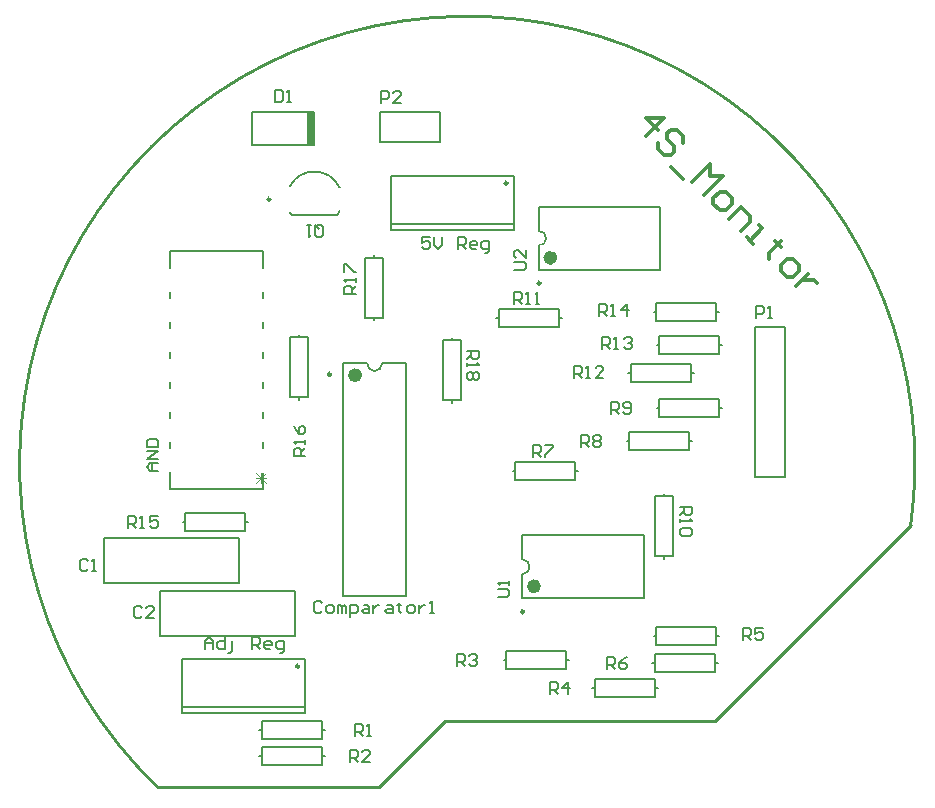
<source format=gto>
G04 Layer_Color=65535*
%FSLAX44Y44*%
%MOMM*%
G71*
G01*
G75*
%ADD10C,0.2540*%
%ADD23C,0.2500*%
%ADD24C,0.2000*%
%ADD25C,0.6000*%
%ADD26C,0.1524*%
%ADD27C,0.1500*%
%ADD28C,0.0762*%
%ADD29C,0.3000*%
%ADD30R,0.8000X2.8000*%
D10*
X1115813Y605861D02*
G03*
X477855Y383889I-375493J51439D01*
G01*
X949960Y439420D02*
X1116107Y605567D01*
X721360Y439420D02*
X949960D01*
X665480Y383540D02*
X721360Y439420D01*
X477855Y383540D02*
X665480D01*
D23*
X774460Y894920D02*
G03*
X774460Y894920I-1250J0D01*
G01*
X624990Y733090D02*
G03*
X624990Y733090I-1250J0D01*
G01*
X597930Y485980D02*
G03*
X597930Y485980I-1250J0D01*
G01*
X573620Y881380D02*
G03*
X573620Y881380I-1250J0D01*
G01*
X788350Y532130D02*
G03*
X788350Y532130I-1250J0D01*
G01*
X802320Y810260D02*
G03*
X802320Y810260I-1250J0D01*
G01*
D24*
X655490Y742390D02*
G03*
X668190Y742390I6350J0D01*
G01*
X632163Y891323D02*
G03*
X590103Y892380I-21293J-9943D01*
G01*
X630210Y868030D02*
G03*
X632165Y871441I-19340J13350D01*
G01*
X590101Y870384D02*
G03*
X591530Y868030I20769J10996D01*
G01*
X786700Y563880D02*
G03*
X786700Y576580I0J6350D01*
G01*
X800670Y842010D02*
G03*
X800670Y854710I0J6350D01*
G01*
X906780Y629920D02*
Y632206D01*
Y576834D02*
Y579120D01*
Y629920D02*
X914400D01*
Y579120D02*
Y629920D01*
X899160Y579120D02*
X914400D01*
X899160D02*
Y629920D01*
X906780D01*
X896874Y488950D02*
X899160D01*
X949960D02*
X952246D01*
X899160D02*
Y496570D01*
X949960D01*
Y481330D02*
Y496570D01*
X899160Y481330D02*
X949960D01*
X899160D02*
Y488950D01*
X898144Y511810D02*
X900430D01*
X951230D02*
X953516D01*
X900430D02*
Y519430D01*
X951230D01*
Y504190D02*
Y519430D01*
X900430Y504190D02*
X951230D01*
X900430D02*
Y511810D01*
X771144Y491490D02*
X773430D01*
X824230D02*
X826516D01*
X773430D02*
Y499110D01*
X824230D01*
Y483870D02*
Y499110D01*
X773430Y483870D02*
X824230D01*
X773430D02*
Y491490D01*
X984250Y646430D02*
X1009650D01*
X984250D02*
Y773430D01*
X1009650Y646430D02*
Y773430D01*
X984250D02*
X1009650D01*
X666750Y955040D02*
X717550D01*
X666750Y929640D02*
Y955040D01*
Y929640D02*
X717550D01*
Y955040D01*
X875284Y676910D02*
X877570D01*
X928370D02*
X930656D01*
X877570D02*
Y684530D01*
X928370D01*
Y669290D02*
Y684530D01*
X877570Y669290D02*
X928370D01*
X877570D02*
Y676910D01*
X876554Y734060D02*
X878840D01*
X929640D02*
X931926D01*
X878840D02*
Y741680D01*
X929640D01*
Y726440D02*
Y741680D01*
X878840Y726440D02*
X929640D01*
X878840D02*
Y734060D01*
X900684Y758190D02*
X902970D01*
X953770D02*
X956056D01*
X902970D02*
Y765810D01*
X953770D01*
Y750570D02*
Y765810D01*
X902970Y750570D02*
X953770D01*
X902970D02*
Y758190D01*
X898144Y786130D02*
X900430D01*
X951230D02*
X953516D01*
X900430D02*
Y793750D01*
X951230D01*
Y778510D02*
Y793750D01*
X900430Y778510D02*
X951230D01*
X900430D02*
Y786130D01*
X764794Y781050D02*
X767080D01*
X817880D02*
X820166D01*
X767080D02*
Y788670D01*
X817880D01*
Y773430D02*
Y788670D01*
X767080Y773430D02*
X817880D01*
X767080D02*
Y781050D01*
X900684Y704850D02*
X902970D01*
X953770D02*
X956056D01*
X902970D02*
Y712470D01*
X953770D01*
Y697230D02*
Y712470D01*
X902970Y697230D02*
X953770D01*
X902970D02*
Y704850D01*
X564134Y431800D02*
X566420D01*
X617220D02*
X619506D01*
X566420D02*
Y439420D01*
X617220D01*
Y424180D02*
Y439420D01*
X566420Y424180D02*
X617220D01*
X566420D02*
Y431800D01*
X617220Y410210D02*
X619506D01*
X564134D02*
X566420D01*
X617220Y402590D02*
Y410210D01*
X566420Y402590D02*
X617220D01*
X566420D02*
Y417830D01*
X617220D01*
Y410210D02*
Y417830D01*
X675710Y855420D02*
X779710D01*
X675710D02*
Y901420D01*
X779710D01*
X779710Y855420D02*
Y901420D01*
X675710Y860420D02*
X779710D01*
X635340Y545390D02*
Y742390D01*
X688340Y545390D02*
Y742390D01*
X635340D02*
X655490D01*
X668190D02*
X688340D01*
X635340Y545390D02*
X688340D01*
X499364Y608330D02*
X501650D01*
X552450D02*
X554736D01*
X501650D02*
Y615950D01*
X552450D01*
Y600710D02*
Y615950D01*
X501650Y600710D02*
X552450D01*
X501650D02*
Y608330D01*
X480060Y511810D02*
X594360D01*
Y549910D01*
X480060D02*
X594360D01*
X480060Y511810D02*
Y549910D01*
X499180Y451480D02*
X603180D01*
X603180Y446480D02*
Y492480D01*
X499180D02*
X603180D01*
X499180Y446480D02*
Y492480D01*
Y446480D02*
X603180D01*
X433070Y594360D02*
X547370D01*
X433070Y556260D02*
Y594360D01*
Y556260D02*
X547370D01*
Y594360D01*
X557700Y927070D02*
X610700D01*
X557700Y955070D02*
X610700D01*
X557700Y927070D02*
Y955070D01*
X591530Y868030D02*
X630210D01*
X598170Y764540D02*
Y766826D01*
Y711454D02*
Y713740D01*
Y764540D02*
X605790D01*
Y713740D02*
Y764540D01*
X590550Y713740D02*
X605790D01*
X590550D02*
Y764540D01*
X598170D01*
X661670Y831850D02*
Y834136D01*
Y778764D02*
Y781050D01*
Y831850D02*
X669290D01*
Y781050D02*
Y831850D01*
X654050Y781050D02*
X669290D01*
X654050D02*
Y831850D01*
X661670D01*
X727710Y762000D02*
Y764286D01*
Y708914D02*
Y711200D01*
Y762000D02*
X735330D01*
Y711200D02*
Y762000D01*
X720090Y711200D02*
X735330D01*
X720090D02*
Y762000D01*
X727710D01*
X778764Y651510D02*
X781050D01*
X831850D02*
X834136D01*
X781050D02*
Y659130D01*
X831850D01*
Y643890D02*
Y659130D01*
X781050Y643890D02*
X831850D01*
X781050D02*
Y651510D01*
X889700Y543730D02*
Y596730D01*
X786700Y576580D02*
Y596730D01*
Y543730D02*
Y563880D01*
Y596730D02*
X889700D01*
X786700Y543730D02*
X889700D01*
X903670Y821860D02*
Y874860D01*
X800670Y854710D02*
Y874860D01*
Y821860D02*
Y842010D01*
Y874860D02*
X903670D01*
X800670Y821860D02*
X903670D01*
X846074Y467360D02*
X848360D01*
X899160D02*
X901446D01*
X848360D02*
Y474980D01*
X899160D01*
Y459740D02*
Y474980D01*
X848360Y459740D02*
X899160D01*
X848360D02*
Y467360D01*
D25*
X648340Y732390D02*
G03*
X648340Y732390I-3000J0D01*
G01*
X799700Y553730D02*
G03*
X799700Y553730I-3000J0D01*
G01*
X813670Y831860D02*
G03*
X813670Y831860I-3000J0D01*
G01*
D26*
X488950Y635635D02*
Y650038D01*
Y837565D02*
X567690D01*
X488950Y823162D02*
Y837565D01*
Y635635D02*
X567690D01*
Y649961D01*
Y670839D02*
Y675438D01*
Y696162D02*
Y700838D01*
Y721562D02*
Y726238D01*
Y746962D02*
Y751638D01*
Y772362D02*
Y777038D01*
Y797762D02*
Y802438D01*
Y823162D02*
Y837565D01*
X488950Y797762D02*
Y802438D01*
Y772362D02*
Y777038D01*
Y746962D02*
Y751638D01*
Y721562D02*
Y726238D01*
Y696162D02*
Y700838D01*
Y670762D02*
Y675438D01*
D27*
X518160Y500380D02*
Y507044D01*
X521492Y510377D01*
X524824Y507044D01*
Y500380D01*
Y505378D01*
X518160D01*
X534821Y510377D02*
Y500380D01*
X529823D01*
X528157Y502046D01*
Y505378D01*
X529823Y507044D01*
X534821D01*
X538153Y497048D02*
X539820D01*
X541486Y498714D01*
Y507044D01*
X558147Y500380D02*
Y510377D01*
X563145D01*
X564812Y508711D01*
Y505378D01*
X563145Y503712D01*
X558147D01*
X561479D02*
X564812Y500380D01*
X573142D02*
X569810D01*
X568144Y502046D01*
Y505378D01*
X569810Y507044D01*
X573142D01*
X574808Y505378D01*
Y503712D01*
X568144D01*
X581473Y497048D02*
X583139D01*
X584805Y498714D01*
Y507044D01*
X579807D01*
X578141Y505378D01*
Y502046D01*
X579807Y500380D01*
X584805D01*
X708975Y849467D02*
X702310D01*
Y844468D01*
X705642Y846134D01*
X707308D01*
X708975Y844468D01*
Y841136D01*
X707308Y839470D01*
X703976D01*
X702310Y841136D01*
X712307Y849467D02*
Y842802D01*
X715639Y839470D01*
X718971Y842802D01*
Y849467D01*
X732300Y839470D02*
Y849467D01*
X737299D01*
X738965Y847801D01*
Y844468D01*
X737299Y842802D01*
X732300D01*
X735633D02*
X738965Y839470D01*
X747296D02*
X743963D01*
X742297Y841136D01*
Y844468D01*
X743963Y846134D01*
X747296D01*
X748962Y844468D01*
Y842802D01*
X742297D01*
X755626Y836138D02*
X757292D01*
X758958Y837804D01*
Y846134D01*
X753960D01*
X752294Y844468D01*
Y841136D01*
X753960Y839470D01*
X758958D01*
X920750Y621030D02*
X930747D01*
Y616032D01*
X929081Y614366D01*
X925748D01*
X924082Y616032D01*
Y621030D01*
Y617698D02*
X920750Y614366D01*
Y611033D02*
Y607701D01*
Y609367D01*
X930747D01*
X929081Y611033D01*
Y602703D02*
X930747Y601036D01*
Y597704D01*
X929081Y596038D01*
X922416D01*
X920750Y597704D01*
Y601036D01*
X922416Y602703D01*
X929081D01*
X862330Y699770D02*
Y709767D01*
X867328D01*
X868995Y708101D01*
Y704768D01*
X867328Y703102D01*
X862330D01*
X865662D02*
X868995Y699770D01*
X872327Y701436D02*
X873993Y699770D01*
X877325D01*
X878991Y701436D01*
Y708101D01*
X877325Y709767D01*
X873993D01*
X872327Y708101D01*
Y706434D01*
X873993Y704768D01*
X878991D01*
X836930Y671830D02*
Y681827D01*
X841928D01*
X843595Y680161D01*
Y676828D01*
X841928Y675162D01*
X836930D01*
X840262D02*
X843595Y671830D01*
X846927Y680161D02*
X848593Y681827D01*
X851925D01*
X853591Y680161D01*
Y678494D01*
X851925Y676828D01*
X853591Y675162D01*
Y673496D01*
X851925Y671830D01*
X848593D01*
X846927Y673496D01*
Y675162D01*
X848593Y676828D01*
X846927Y678494D01*
Y680161D01*
X848593Y676828D02*
X851925D01*
X796290Y662940D02*
Y672937D01*
X801288D01*
X802954Y671271D01*
Y667938D01*
X801288Y666272D01*
X796290D01*
X799622D02*
X802954Y662940D01*
X806287Y672937D02*
X812951D01*
Y671271D01*
X806287Y664606D01*
Y662940D01*
X858520Y483870D02*
Y493867D01*
X863518D01*
X865184Y492201D01*
Y488868D01*
X863518Y487202D01*
X858520D01*
X861852D02*
X865184Y483870D01*
X875181Y493867D02*
X871849Y492201D01*
X868517Y488868D01*
Y485536D01*
X870183Y483870D01*
X873515D01*
X875181Y485536D01*
Y487202D01*
X873515Y488868D01*
X868517D01*
X974090Y508000D02*
Y517997D01*
X979088D01*
X980754Y516331D01*
Y512998D01*
X979088Y511332D01*
X974090D01*
X977422D02*
X980754Y508000D01*
X990751Y517997D02*
X984087D01*
Y512998D01*
X987419Y514664D01*
X989085D01*
X990751Y512998D01*
Y509666D01*
X989085Y508000D01*
X985753D01*
X984087Y509666D01*
X810260Y462280D02*
Y472277D01*
X815258D01*
X816925Y470611D01*
Y467278D01*
X815258Y465612D01*
X810260D01*
X813592D02*
X816925Y462280D01*
X825255D02*
Y472277D01*
X820257Y467278D01*
X826921D01*
X731520Y486410D02*
Y496407D01*
X736518D01*
X738185Y494741D01*
Y491408D01*
X736518Y489742D01*
X731520D01*
X734852D02*
X738185Y486410D01*
X741517Y494741D02*
X743183Y496407D01*
X746515D01*
X748181Y494741D01*
Y493074D01*
X746515Y491408D01*
X744849D01*
X746515D01*
X748181Y489742D01*
Y488076D01*
X746515Y486410D01*
X743183D01*
X741517Y488076D01*
X641350Y405130D02*
Y415127D01*
X646348D01*
X648015Y413461D01*
Y410128D01*
X646348Y408462D01*
X641350D01*
X644682D02*
X648015Y405130D01*
X658011D02*
X651347D01*
X658011Y411795D01*
Y413461D01*
X656345Y415127D01*
X653013D01*
X651347Y413461D01*
X645160Y426720D02*
Y436717D01*
X650158D01*
X651824Y435051D01*
Y431718D01*
X650158Y430052D01*
X645160D01*
X648492D02*
X651824Y426720D01*
X655157D02*
X658489D01*
X656823D01*
Y436717D01*
X655157Y435051D01*
X984758Y781050D02*
Y791047D01*
X989756D01*
X991423Y789381D01*
Y786048D01*
X989756Y784382D01*
X984758D01*
X994755Y781050D02*
X998087D01*
X996421D01*
Y791047D01*
X994755Y789381D01*
X465135Y535381D02*
X463468Y537047D01*
X460136D01*
X458470Y535381D01*
Y528716D01*
X460136Y527050D01*
X463468D01*
X465135Y528716D01*
X475131Y527050D02*
X468467D01*
X475131Y533714D01*
Y535381D01*
X473465Y537047D01*
X470133D01*
X468467Y535381D01*
X419414Y574751D02*
X417748Y576417D01*
X414416D01*
X412750Y574751D01*
Y568086D01*
X414416Y566420D01*
X417748D01*
X419414Y568086D01*
X422747Y566420D02*
X426079D01*
X424413D01*
Y576417D01*
X422747Y574751D01*
X617534Y539191D02*
X615868Y540857D01*
X612536D01*
X610870Y539191D01*
Y532526D01*
X612536Y530860D01*
X615868D01*
X617534Y532526D01*
X622533Y530860D02*
X625865D01*
X627531Y532526D01*
Y535858D01*
X625865Y537524D01*
X622533D01*
X620867Y535858D01*
Y532526D01*
X622533Y530860D01*
X630864D02*
Y537524D01*
X632530D01*
X634196Y535858D01*
Y530860D01*
Y535858D01*
X635862Y537524D01*
X637528Y535858D01*
Y530860D01*
X640860Y527528D02*
Y537524D01*
X645859D01*
X647525Y535858D01*
Y532526D01*
X645859Y530860D01*
X640860D01*
X652523Y537524D02*
X655855D01*
X657522Y535858D01*
Y530860D01*
X652523D01*
X650857Y532526D01*
X652523Y534192D01*
X657522D01*
X660854Y537524D02*
Y530860D01*
Y534192D01*
X662520Y535858D01*
X664186Y537524D01*
X665852D01*
X672517D02*
X675849D01*
X677515Y535858D01*
Y530860D01*
X672517D01*
X670851Y532526D01*
X672517Y534192D01*
X677515D01*
X682514Y539191D02*
Y537524D01*
X680847D01*
X684180D01*
X682514D01*
Y532526D01*
X684180Y530860D01*
X690844D02*
X694176D01*
X695843Y532526D01*
Y535858D01*
X694176Y537524D01*
X690844D01*
X689178Y535858D01*
Y532526D01*
X690844Y530860D01*
X699175Y537524D02*
Y530860D01*
Y534192D01*
X700841Y535858D01*
X702507Y537524D01*
X704173D01*
X709172Y530860D02*
X712504D01*
X710838D01*
Y540857D01*
X709172Y539191D01*
X577850Y973927D02*
Y963930D01*
X582848D01*
X584515Y965596D01*
Y972261D01*
X582848Y973927D01*
X577850D01*
X587847Y963930D02*
X591179D01*
X589513D01*
Y973927D01*
X587847Y972261D01*
X667258Y962660D02*
Y972657D01*
X672256D01*
X673923Y970991D01*
Y967658D01*
X672256Y965992D01*
X667258D01*
X683919Y962660D02*
X677255D01*
X683919Y969324D01*
Y970991D01*
X682253Y972657D01*
X678921D01*
X677255Y970991D01*
X611156Y858124D02*
Y851459D01*
X612822Y849793D01*
X616154D01*
X617820Y851459D01*
Y858124D01*
X616154Y859790D01*
X612822D01*
X614488Y856458D02*
X611156Y859790D01*
X612822D02*
X611156Y858124D01*
X607823Y859790D02*
X604491D01*
X606157D01*
Y849793D01*
X607823Y851459D01*
X779780Y792480D02*
Y802477D01*
X784778D01*
X786444Y800811D01*
Y797478D01*
X784778Y795812D01*
X779780D01*
X783112D02*
X786444Y792480D01*
X789777D02*
X793109D01*
X791443D01*
Y802477D01*
X789777Y800811D01*
X798107Y792480D02*
X801440D01*
X799774D01*
Y802477D01*
X798107Y800811D01*
X830580Y730250D02*
Y740247D01*
X835578D01*
X837244Y738581D01*
Y735248D01*
X835578Y733582D01*
X830580D01*
X833912D02*
X837244Y730250D01*
X840577D02*
X843909D01*
X842243D01*
Y740247D01*
X840577Y738581D01*
X855572Y730250D02*
X848907D01*
X855572Y736915D01*
Y738581D01*
X853906Y740247D01*
X850574D01*
X848907Y738581D01*
X854710Y754380D02*
Y764377D01*
X859708D01*
X861375Y762711D01*
Y759378D01*
X859708Y757712D01*
X854710D01*
X858042D02*
X861375Y754380D01*
X864707D02*
X868039D01*
X866373D01*
Y764377D01*
X864707Y762711D01*
X873037D02*
X874704Y764377D01*
X878036D01*
X879702Y762711D01*
Y761044D01*
X878036Y759378D01*
X876370D01*
X878036D01*
X879702Y757712D01*
Y756046D01*
X878036Y754380D01*
X874704D01*
X873037Y756046D01*
X852170Y782320D02*
Y792317D01*
X857168D01*
X858835Y790651D01*
Y787318D01*
X857168Y785652D01*
X852170D01*
X855502D02*
X858835Y782320D01*
X862167D02*
X865499D01*
X863833D01*
Y792317D01*
X862167Y790651D01*
X875496Y782320D02*
Y792317D01*
X870497Y787318D01*
X877162D01*
X453390Y603250D02*
Y613247D01*
X458388D01*
X460055Y611581D01*
Y608248D01*
X458388Y606582D01*
X453390D01*
X456722D02*
X460055Y603250D01*
X463387D02*
X466719D01*
X465053D01*
Y613247D01*
X463387Y611581D01*
X478382Y613247D02*
X471717D01*
Y608248D01*
X475050Y609915D01*
X476716D01*
X478382Y608248D01*
Y604916D01*
X476716Y603250D01*
X473384D01*
X471717Y604916D01*
X603250Y664210D02*
X593253D01*
Y669208D01*
X594919Y670874D01*
X598252D01*
X599918Y669208D01*
Y664210D01*
Y667542D02*
X603250Y670874D01*
Y674207D02*
Y677539D01*
Y675873D01*
X593253D01*
X594919Y674207D01*
X593253Y689202D02*
X594919Y685870D01*
X598252Y682537D01*
X601584D01*
X603250Y684204D01*
Y687536D01*
X601584Y689202D01*
X599918D01*
X598252Y687536D01*
Y682537D01*
X646260Y801370D02*
X636263D01*
Y806368D01*
X637929Y808035D01*
X641262D01*
X642928Y806368D01*
Y801370D01*
Y804702D02*
X646260Y808035D01*
Y811367D02*
Y814699D01*
Y813033D01*
X636263D01*
X637929Y811367D01*
X636263Y819697D02*
Y826362D01*
X637929D01*
X644594Y819697D01*
X646260D01*
X740410Y753110D02*
X750407D01*
Y748112D01*
X748741Y746445D01*
X745408D01*
X743742Y748112D01*
Y753110D01*
Y749778D02*
X740410Y746445D01*
Y743113D02*
Y739781D01*
Y741447D01*
X750407D01*
X748741Y743113D01*
Y734783D02*
X750407Y733116D01*
Y729784D01*
X748741Y728118D01*
X747075D01*
X745408Y729784D01*
X743742Y728118D01*
X742076D01*
X740410Y729784D01*
Y733116D01*
X742076Y734783D01*
X743742D01*
X745408Y733116D01*
X747075Y734783D01*
X748741D01*
X745408Y733116D02*
Y729784D01*
X765973Y544830D02*
X774304D01*
X775970Y546496D01*
Y549828D01*
X774304Y551494D01*
X765973D01*
X775970Y554827D02*
Y558159D01*
Y556493D01*
X765973D01*
X767639Y554827D01*
X779943Y821690D02*
X788274D01*
X789940Y823356D01*
Y826688D01*
X788274Y828354D01*
X779943D01*
X789940Y838351D02*
Y831687D01*
X783276Y838351D01*
X781609D01*
X779943Y836685D01*
Y833353D01*
X781609Y831687D01*
X478790Y651510D02*
X472126D01*
X468793Y654842D01*
X472126Y658175D01*
X478790D01*
X473792D01*
Y651510D01*
X478790Y661507D02*
X468793D01*
X478790Y668171D01*
X468793D01*
Y671504D02*
X478790D01*
Y676502D01*
X477124Y678168D01*
X470459D01*
X468793Y676502D01*
Y671504D01*
D28*
X569595Y641438D02*
X561131Y649902D01*
X569595D02*
X561131Y641438D01*
X569595Y645670D02*
X561131D01*
X565363Y649902D02*
Y641438D01*
D29*
X891696Y934564D02*
X907247Y950116D01*
X891696D01*
X902063Y939748D01*
X922798Y929381D02*
Y934564D01*
X917615Y939748D01*
X912431D01*
X909839Y937156D01*
Y931973D01*
X915023Y926789D01*
Y921605D01*
X912431Y919013D01*
X907247D01*
X902063Y924197D01*
Y929381D01*
X912431Y908645D02*
X922798Y898278D01*
X930574Y895686D02*
X946125Y911237D01*
Y900870D01*
X956493Y900870D01*
X940941Y885319D01*
X948717Y877543D02*
X953901Y872359D01*
X959085D01*
X964268Y877543D01*
Y882727D01*
X959085Y887910D01*
X953901D01*
X948717Y882727D01*
Y877543D01*
X961677Y864583D02*
X972044Y874951D01*
X979820Y867175D01*
Y861992D01*
X972044Y854216D01*
X977228Y849032D02*
X982412Y843848D01*
X979820Y846440D01*
X990187Y856808D01*
X987596Y859400D01*
X1005739Y846440D02*
X1003147Y843848D01*
X1000555Y846440D01*
X1005739Y841256D01*
X1003147Y843848D01*
X995371Y836073D01*
X995371Y830889D01*
X1005739Y820521D02*
X1010922Y815338D01*
X1016106D01*
X1021290Y820521D01*
Y825705D01*
X1016106Y830889D01*
X1010922D01*
X1005739Y825705D01*
Y820521D01*
X1029066Y817929D02*
X1018698Y807562D01*
X1023882Y812746D01*
X1029066D01*
X1034249Y812746D01*
X1036841Y810154D01*
D30*
X607700Y941066D02*
D03*
M02*

</source>
